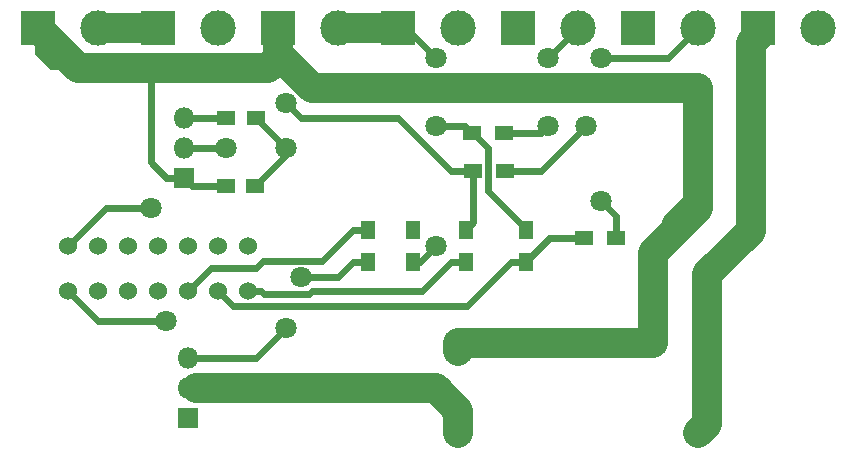
<source format=gbr>
G04 #@! TF.FileFunction,Copper,L1,Top,Signal*
%FSLAX46Y46*%
G04 Gerber Fmt 4.6, Leading zero omitted, Abs format (unit mm)*
G04 Created by KiCad (PCBNEW 4.0.7) date 05/05/18 10:53:01*
%MOMM*%
%LPD*%
G01*
G04 APERTURE LIST*
%ADD10C,0.100000*%
%ADD11R,1.500000X1.250000*%
%ADD12C,1.524000*%
%ADD13R,1.800000X1.800000*%
%ADD14O,1.800000X1.800000*%
%ADD15R,1.500000X1.300000*%
%ADD16R,1.300000X1.500000*%
%ADD17R,3.000000X3.000000*%
%ADD18C,3.000000*%
%ADD19C,1.800000*%
%ADD20C,0.600000*%
%ADD21C,2.500000*%
%ADD22C,0.600000*%
%ADD23C,0.250000*%
G04 APERTURE END LIST*
D10*
D11*
X120650000Y-81280000D03*
X123150000Y-81280000D03*
X120690000Y-75565000D03*
X123190000Y-75565000D03*
D12*
X140335000Y-94615000D03*
X156845000Y-94615000D03*
X140335000Y-102235000D03*
X160655000Y-102235000D03*
D13*
X117475000Y-100965000D03*
D14*
X117475000Y-98425000D03*
X117475000Y-95885000D03*
D15*
X141525000Y-76835000D03*
X144225000Y-76835000D03*
D16*
X140970000Y-87710000D03*
X140970000Y-85010000D03*
X146050000Y-87710000D03*
X146050000Y-85010000D03*
X136525000Y-85010000D03*
X136525000Y-87710000D03*
D15*
X150970000Y-85725000D03*
X153670000Y-85725000D03*
X141605000Y-80010000D03*
X144305000Y-80010000D03*
D16*
X132715000Y-87710000D03*
X132715000Y-85010000D03*
D12*
X122555000Y-90170000D03*
X120015000Y-90170000D03*
X117475000Y-90170000D03*
X114935000Y-90170000D03*
X112395000Y-90170000D03*
X109855000Y-90170000D03*
X107315000Y-90170000D03*
X122555000Y-86360000D03*
X120015000Y-86360000D03*
X117475000Y-86360000D03*
X114935000Y-86360000D03*
X112395000Y-86360000D03*
X109855000Y-86360000D03*
X107315000Y-86360000D03*
D13*
X117145000Y-80645000D03*
D14*
X117145000Y-78105000D03*
X117145000Y-75565000D03*
D17*
X135255000Y-67945000D03*
D18*
X140335000Y-67945000D03*
D17*
X114935000Y-67945000D03*
D18*
X120015000Y-67945000D03*
D17*
X165735000Y-67945000D03*
D18*
X170815000Y-67945000D03*
D17*
X125095000Y-67945000D03*
D18*
X130175000Y-67945000D03*
D17*
X104775000Y-67945000D03*
D18*
X109855000Y-67945000D03*
D17*
X145415000Y-67945000D03*
D18*
X150495000Y-67945000D03*
D17*
X155575000Y-67945000D03*
D18*
X160655000Y-67945000D03*
D19*
X115570000Y-92710000D03*
X152400000Y-82550000D03*
X138430000Y-86360000D03*
X120650000Y-78105000D03*
X125730000Y-78105000D03*
D20*
X117475000Y-100965000D03*
X170815000Y-67945000D03*
X155575000Y-67945000D03*
X145415000Y-67945000D03*
X140335000Y-67945000D03*
X120015000Y-67945000D03*
D19*
X114300000Y-83185000D03*
X147955000Y-70485000D03*
X147955000Y-76200000D03*
X152400000Y-70485000D03*
X151130000Y-76200000D03*
X127000000Y-89022011D03*
X125730000Y-93345000D03*
X138430000Y-76200000D03*
X138430000Y-70485000D03*
D20*
X122555000Y-90170000D03*
D19*
X125730000Y-74295000D03*
D21*
X138430000Y-98425000D02*
X118110000Y-98425000D01*
X140335000Y-100330000D02*
X138430000Y-98425000D01*
X140335000Y-102235000D02*
X140335000Y-100330000D01*
X165100000Y-69215000D02*
X165735000Y-68580000D01*
X165100000Y-85090000D02*
X165100000Y-69215000D01*
X161416999Y-88773001D02*
X165100000Y-85090000D01*
X161416999Y-91948001D02*
X161416999Y-88773001D01*
X160655000Y-83185000D02*
X160655000Y-73660000D01*
X156845000Y-86995000D02*
X160655000Y-83185000D01*
X140335000Y-94615000D02*
X140335000Y-95250000D01*
X160655000Y-102235000D02*
X161416999Y-101473001D01*
X161416999Y-101473001D02*
X161416999Y-91948001D01*
X140335000Y-102235000D02*
X140335000Y-100965000D01*
X156845000Y-94615000D02*
X156845000Y-86995000D01*
X140335000Y-94615000D02*
X156845000Y-94615000D01*
X160655000Y-73025000D02*
X160655000Y-82750002D01*
X160655000Y-82750002D02*
X158750000Y-84655002D01*
X125398004Y-70485000D02*
X127938004Y-73025000D01*
X125095000Y-70485000D02*
X125398004Y-70485000D01*
X127938004Y-73025000D02*
X160655000Y-73025000D01*
X104775000Y-67945000D02*
X108139998Y-71309998D01*
X108139998Y-71309998D02*
X124270002Y-71309998D01*
X124270002Y-71309998D02*
X125095000Y-70485000D01*
D22*
X114300000Y-71755000D02*
X114300000Y-79300000D01*
X114300000Y-79300000D02*
X115645000Y-80645000D01*
X115645000Y-80645000D02*
X117145000Y-80645000D01*
X113665000Y-71120000D02*
X114300000Y-71755000D01*
X105850000Y-71120000D02*
X113665000Y-71120000D01*
X104775000Y-67945000D02*
X104775000Y-70045000D01*
X104775000Y-70045000D02*
X105850000Y-71120000D01*
X120650000Y-81280000D02*
X117780000Y-81280000D01*
X117780000Y-81280000D02*
X117145000Y-80645000D01*
D21*
X125095000Y-67945000D02*
X125095000Y-70485000D01*
D22*
X107315000Y-90170000D02*
X109855000Y-92710000D01*
X109855000Y-92710000D02*
X115570000Y-92710000D01*
X153670000Y-85725000D02*
X153670000Y-83820000D01*
X153670000Y-83820000D02*
X152400000Y-82550000D01*
X136525000Y-87710000D02*
X137080000Y-87710000D01*
X137080000Y-87710000D02*
X138430000Y-86360000D01*
X117145000Y-78105000D02*
X120650000Y-78105000D01*
X125730000Y-78105000D02*
X125730000Y-78700000D01*
X125730000Y-78700000D02*
X123150000Y-81280000D01*
X123190000Y-75565000D02*
X125730000Y-78105000D01*
D23*
X136525000Y-87630000D02*
X136525000Y-87710000D01*
D22*
X107315000Y-86360000D02*
X110490000Y-83185000D01*
X110490000Y-83185000D02*
X114300000Y-83185000D01*
X117145000Y-75565000D02*
X120690000Y-75565000D01*
X147955000Y-70485000D02*
X150495000Y-67945000D01*
X144225000Y-76835000D02*
X147320000Y-76835000D01*
X147320000Y-76835000D02*
X147955000Y-76200000D01*
X152400000Y-70485000D02*
X158115000Y-70485000D01*
X158115000Y-70485000D02*
X160655000Y-67945000D01*
X144305000Y-80010000D02*
X147320000Y-80010000D01*
X147320000Y-80010000D02*
X151130000Y-76200000D01*
X128272792Y-89022011D02*
X127000000Y-89022011D01*
X130152989Y-89022011D02*
X128272792Y-89022011D01*
X132715000Y-87710000D02*
X131465000Y-87710000D01*
X131465000Y-87710000D02*
X130152989Y-89022011D01*
X125730000Y-93345000D02*
X123190000Y-95885000D01*
X123190000Y-95885000D02*
X117475000Y-95885000D01*
X146050000Y-85010000D02*
X146050000Y-84910000D01*
X146050000Y-84910000D02*
X142875000Y-81735000D01*
X142875000Y-81735000D02*
X142875000Y-78085000D01*
X142875000Y-78085000D02*
X141625000Y-76835000D01*
X141625000Y-76835000D02*
X141525000Y-76835000D01*
X138430000Y-76200000D02*
X140890000Y-76200000D01*
X140890000Y-76200000D02*
X141525000Y-76835000D01*
X135255000Y-67945000D02*
X135890000Y-67945000D01*
X135890000Y-67945000D02*
X138430000Y-70485000D01*
D21*
X130175000Y-67945000D02*
X135255000Y-67945000D01*
D22*
X123632630Y-90170000D02*
X122555000Y-90170000D01*
X139720000Y-87710000D02*
X137260000Y-90170000D01*
X123884642Y-90422012D02*
X123632630Y-90170000D01*
X127924013Y-90170000D02*
X127672001Y-90422012D01*
X140970000Y-87710000D02*
X139720000Y-87710000D01*
X137260000Y-90170000D02*
X127924013Y-90170000D01*
X127672001Y-90422012D02*
X123884642Y-90422012D01*
X141605000Y-80010000D02*
X141605000Y-84375000D01*
X141605000Y-84375000D02*
X140970000Y-85010000D01*
X125730000Y-74295000D02*
X127000000Y-75565000D01*
X127000000Y-75565000D02*
X135255000Y-75565000D01*
X135255000Y-75565000D02*
X139700000Y-80010000D01*
X139700000Y-80010000D02*
X141605000Y-80010000D01*
D23*
X140890000Y-84930000D02*
X140970000Y-85010000D01*
D21*
X114935000Y-67945000D02*
X109855000Y-67945000D01*
D22*
X146050000Y-87710000D02*
X144800000Y-87710000D01*
X144800000Y-87710000D02*
X141077999Y-91432001D01*
X141077999Y-91432001D02*
X121277001Y-91432001D01*
X121277001Y-91432001D02*
X120776999Y-90931999D01*
X120776999Y-90931999D02*
X120015000Y-90170000D01*
X150970000Y-85725000D02*
X148035000Y-85725000D01*
X148035000Y-85725000D02*
X146050000Y-87710000D01*
D23*
X146130000Y-87630000D02*
X146050000Y-87710000D01*
D22*
X117475000Y-90170000D02*
X119380000Y-88265000D01*
X119380000Y-88265000D02*
X123190000Y-88265000D01*
X123190000Y-88265000D02*
X123832999Y-87622001D01*
X123832999Y-87622001D02*
X128852999Y-87622001D01*
X128852999Y-87622001D02*
X131465000Y-85010000D01*
X131465000Y-85010000D02*
X132715000Y-85010000D01*
M02*

</source>
